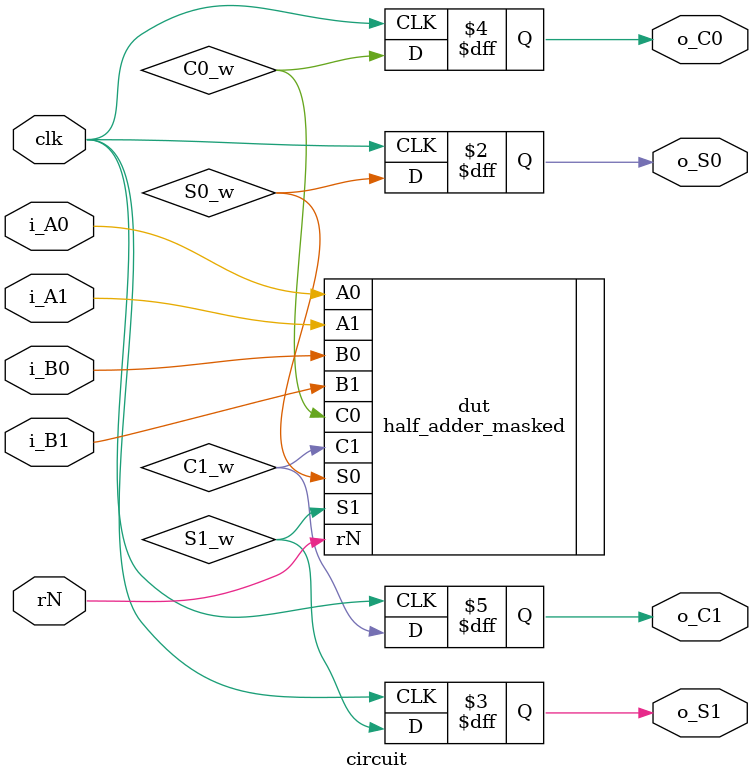
<source format=v>
module circuit (
  input  wire clk,

  input  wire i_A0,
  input  wire i_A1,
  input  wire i_B0,
  input  wire i_B1,
  input  wire rN,

  output reg  o_S0,
  output reg  o_S1,
  output reg  o_C0,
  output reg  o_C1
);

  wire S0_w, S1_w;
  wire C0_w, C1_w;

  half_adder_masked dut (
    .A0(i_A0),
    .A1(i_A1),
    .B0(i_B0),
    .B1(i_B1),
    .rN(rN),
    .S0(S0_w),
    .S1(S1_w),
    .C0(C0_w),
    .C1(C1_w)
  );

  // Register outputs (required for PROLEAD)
  always @(posedge clk) begin
    o_S0 <= S0_w;
    o_S1 <= S1_w;
    o_C0 <= C0_w;
    o_C1 <= C1_w;
  end

endmodule

</source>
